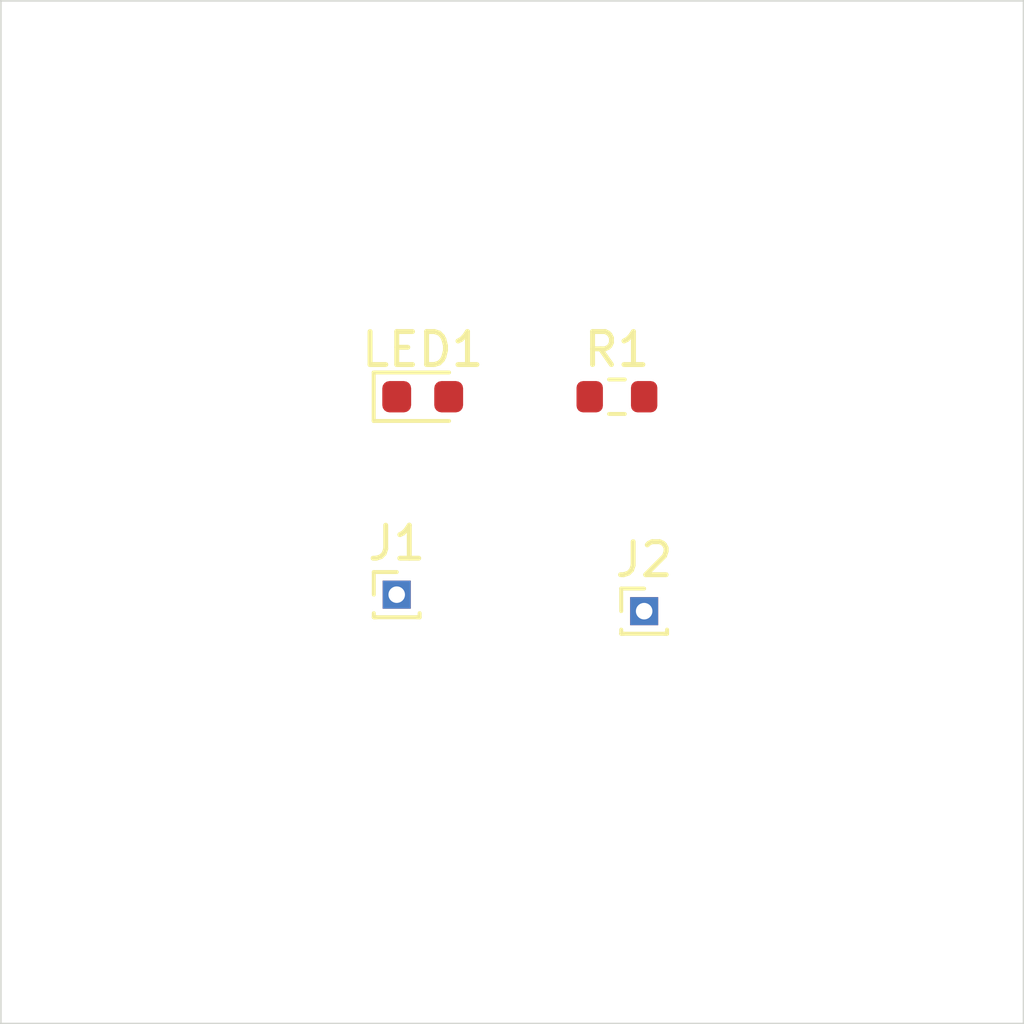
<source format=kicad_pcb>
(kicad_pcb (version 20240108) (generator "pcbnew") (generator_version "8.0")
  (layers (0 "F.Cu" signal) (31 "B.Cu" signal) (34 "B.Paste" user) (35 "F.Paste" user) (36 "B.SilkS" user "B.Silkscreen") (37 "F.SilkS" user "F.Silkscreen") (38 "B.Mask" user) (39 "F.Mask" user) (44 "Edge.Cuts" user))
  (net 0 "")
  (net 1 "GND")
  (net 2 "+9V")
  (net 3 "Net-(LED1-A)")
  (footprint "LED_SMD:LED_0603_1608Metric" (layer "F.Cu") (at 139.2875 81)
    (property "Reference" "LED1" (at 0 -1.43 0) (layer "F.SilkS"))
    (property "Value" "LED")
    (fp_line (start -1.485 -0.735) (end -1.485 0.735) (stroke (width 0.12)) (layer "F.SilkS"))
    (fp_line (start -1.485 0.735) (end 0.8 0.735) (stroke (width 0.12)) (layer "F.SilkS"))
    (fp_line (start 0.8 -0.735) (end -1.485 -0.735) (stroke (width 0.12)) (layer "F.SilkS"))
    (pad "1" smd roundrect (at -0.7875 0) (size 0.875 0.95) (layers "F.Cu" "F.Paste" "F.Mask") (net 1 "GND"))
    (pad "2" smd roundrect (at 0.7875 0) (size 0.875 0.95) (layers "F.Cu" "F.Paste" "F.Mask") (net 3 "Net-(LED1-A)"))
  )
  (footprint "Connector_PinHeader_1.00mm:PinHeader_1x01_P1.00mm_Vertical" (layer "F.Cu") (at 138.5 87)
    (property "Reference" "J1" (at 0 -1.56 0) (layer "F.SilkS"))
    (property "Value" "Conn_01x01_Pin")
    (fp_line (start -0.695 -0.685) (end 0 -0.685) (stroke (width 0.12)) (layer "F.SilkS"))
    (fp_line (start -0.695 0) (end -0.695 -0.685) (stroke (width 0.12)) (layer "F.SilkS"))
    (fp_line (start -0.695 0.685) (end -0.695 0.56) (stroke (width 0.12)) (layer "F.SilkS"))
    (fp_line (start -0.695 0.685) (end -0.608276 0.685) (stroke (width 0.12)) (layer "F.SilkS"))
    (fp_line (start -0.695 0.685) (end 0.695 0.685) (stroke (width 0.12)) (layer "F.SilkS"))
    (fp_line (start 0.608276 0.685) (end 0.695 0.685) (stroke (width 0.12)) (layer "F.SilkS"))
    (fp_line (start 0.695 0.685) (end 0.695 0.56) (stroke (width 0.12)) (layer "F.SilkS"))
    (pad "1" thru_hole rect (at 0 0) (size 0.85 0.85) (drill 0.5) (layers "*.Cu" "*.Mask") (net 1 "GND"))
  )
  (footprint "Resistor_SMD:R_0603_1608Metric" (layer "F.Cu") (at 145.175 81)
    (property "Reference" "R1" (at 0 -1.43 0) (layer "F.SilkS"))
    (property "Value" "R")
    (fp_line (start -0.237258 -0.5225) (end 0.237258 -0.5225) (stroke (width 0.12)) (layer "F.SilkS"))
    (fp_line (start -0.237258 0.5225) (end 0.237258 0.5225) (stroke (width 0.12)) (layer "F.SilkS"))
    (pad "1" smd roundrect (at -0.825 0) (size 0.8 0.95) (layers "F.Cu" "F.Paste" "F.Mask") (net 3 "Net-(LED1-A)"))
    (pad "2" smd roundrect (at 0.825 0) (size 0.8 0.95) (layers "F.Cu" "F.Paste" "F.Mask") (net 2 "+9V"))
  )
  (footprint "Connector_PinHeader_1.00mm:PinHeader_1x01_P1.00mm_Vertical" (layer "F.Cu") (at 146 87.5)
    (property "Reference" "J2" (at 0 -1.56 0) (layer "F.SilkS"))
    (property "Value" "Conn_01x01_Pin")
    (fp_line (start -0.695 -0.685) (end 0 -0.685) (stroke (width 0.12)) (layer "F.SilkS"))
    (fp_line (start -0.695 0) (end -0.695 -0.685) (stroke (width 0.12)) (layer "F.SilkS"))
    (fp_line (start -0.695 0.685) (end -0.695 0.56) (stroke (width 0.12)) (layer "F.SilkS"))
    (fp_line (start -0.695 0.685) (end -0.608276 0.685) (stroke (width 0.12)) (layer "F.SilkS"))
    (fp_line (start -0.695 0.685) (end 0.695 0.685) (stroke (width 0.12)) (layer "F.SilkS"))
    (fp_line (start 0.608276 0.685) (end 0.695 0.685) (stroke (width 0.12)) (layer "F.SilkS"))
    (fp_line (start 0.695 0.685) (end 0.695 0.56) (stroke (width 0.12)) (layer "F.SilkS"))
    (pad "1" thru_hole rect (at 0 0) (size 0.85 0.85) (drill 0.5) (layers "*.Cu" "*.Mask") (net 2 "+9V"))
  )
  (gr_rect (start 126.5 69) (end 157.5 100) (stroke (width 0.05)) (fill none) (layer "Edge.Cuts"))
)
</source>
